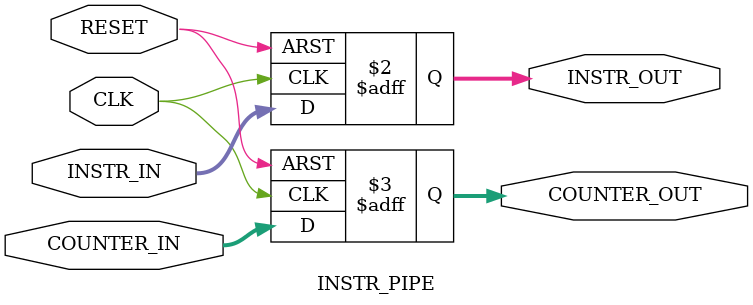
<source format=v>
`timescale 1ns / 1ps

    /*
    Luke Zambella
    ELC463 Computer Engineering II
    Pipeline for IF/ID stage
    */
module INSTR_PIPE(
    input CLK,
    input RESET,
    input [31:0] INSTR_IN,
    input [31:0] COUNTER_IN,

    output reg [31:0] INSTR_OUT,
    output reg [31:0] COUNTER_OUT
);
    always @ (posedge CLK or posedge RESET) begin
        if (RESET) begin
            INSTR_OUT <= 0;
            COUNTER_OUT <= 0;
        end
        else begin
            // Pass each input
            INSTR_OUT <= INSTR_IN;
            COUNTER_OUT <= COUNTER_IN;
        end
    end 
endmodule
</source>
